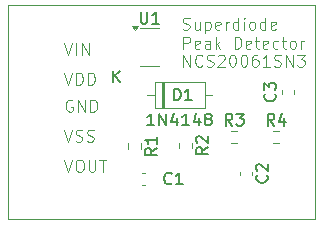
<source format=gbr>
%TF.GenerationSoftware,KiCad,Pcbnew,9.0.2*%
%TF.CreationDate,2025-07-15T11:24:56-07:00*%
%TF.ProjectId,PeakDetector_Breakout,5065616b-4465-4746-9563-746f725f4272,rev?*%
%TF.SameCoordinates,Original*%
%TF.FileFunction,Legend,Top*%
%TF.FilePolarity,Positive*%
%FSLAX46Y46*%
G04 Gerber Fmt 4.6, Leading zero omitted, Abs format (unit mm)*
G04 Created by KiCad (PCBNEW 9.0.2) date 2025-07-15 11:24:56*
%MOMM*%
%LPD*%
G01*
G04 APERTURE LIST*
%ADD10C,0.100000*%
%ADD11C,0.125000*%
%ADD12C,0.150000*%
%ADD13C,0.120000*%
%TA.AperFunction,Profile*%
%ADD14C,0.050000*%
%TD*%
G04 APERTURE END LIST*
D10*
X135447693Y-93916038D02*
X135352455Y-93868419D01*
X135352455Y-93868419D02*
X135209598Y-93868419D01*
X135209598Y-93868419D02*
X135066741Y-93916038D01*
X135066741Y-93916038D02*
X134971503Y-94011276D01*
X134971503Y-94011276D02*
X134923884Y-94106514D01*
X134923884Y-94106514D02*
X134876265Y-94296990D01*
X134876265Y-94296990D02*
X134876265Y-94439847D01*
X134876265Y-94439847D02*
X134923884Y-94630323D01*
X134923884Y-94630323D02*
X134971503Y-94725561D01*
X134971503Y-94725561D02*
X135066741Y-94820800D01*
X135066741Y-94820800D02*
X135209598Y-94868419D01*
X135209598Y-94868419D02*
X135304836Y-94868419D01*
X135304836Y-94868419D02*
X135447693Y-94820800D01*
X135447693Y-94820800D02*
X135495312Y-94773180D01*
X135495312Y-94773180D02*
X135495312Y-94439847D01*
X135495312Y-94439847D02*
X135304836Y-94439847D01*
X135923884Y-94868419D02*
X135923884Y-93868419D01*
X135923884Y-93868419D02*
X136495312Y-94868419D01*
X136495312Y-94868419D02*
X136495312Y-93868419D01*
X136971503Y-94868419D02*
X136971503Y-93868419D01*
X136971503Y-93868419D02*
X137209598Y-93868419D01*
X137209598Y-93868419D02*
X137352455Y-93916038D01*
X137352455Y-93916038D02*
X137447693Y-94011276D01*
X137447693Y-94011276D02*
X137495312Y-94106514D01*
X137495312Y-94106514D02*
X137542931Y-94296990D01*
X137542931Y-94296990D02*
X137542931Y-94439847D01*
X137542931Y-94439847D02*
X137495312Y-94630323D01*
X137495312Y-94630323D02*
X137447693Y-94725561D01*
X137447693Y-94725561D02*
X137352455Y-94820800D01*
X137352455Y-94820800D02*
X137209598Y-94868419D01*
X137209598Y-94868419D02*
X136971503Y-94868419D01*
X134781027Y-96408419D02*
X135114360Y-97408419D01*
X135114360Y-97408419D02*
X135447693Y-96408419D01*
X135733408Y-97360800D02*
X135876265Y-97408419D01*
X135876265Y-97408419D02*
X136114360Y-97408419D01*
X136114360Y-97408419D02*
X136209598Y-97360800D01*
X136209598Y-97360800D02*
X136257217Y-97313180D01*
X136257217Y-97313180D02*
X136304836Y-97217942D01*
X136304836Y-97217942D02*
X136304836Y-97122704D01*
X136304836Y-97122704D02*
X136257217Y-97027466D01*
X136257217Y-97027466D02*
X136209598Y-96979847D01*
X136209598Y-96979847D02*
X136114360Y-96932228D01*
X136114360Y-96932228D02*
X135923884Y-96884609D01*
X135923884Y-96884609D02*
X135828646Y-96836990D01*
X135828646Y-96836990D02*
X135781027Y-96789371D01*
X135781027Y-96789371D02*
X135733408Y-96694133D01*
X135733408Y-96694133D02*
X135733408Y-96598895D01*
X135733408Y-96598895D02*
X135781027Y-96503657D01*
X135781027Y-96503657D02*
X135828646Y-96456038D01*
X135828646Y-96456038D02*
X135923884Y-96408419D01*
X135923884Y-96408419D02*
X136161979Y-96408419D01*
X136161979Y-96408419D02*
X136304836Y-96456038D01*
X136685789Y-97360800D02*
X136828646Y-97408419D01*
X136828646Y-97408419D02*
X137066741Y-97408419D01*
X137066741Y-97408419D02*
X137161979Y-97360800D01*
X137161979Y-97360800D02*
X137209598Y-97313180D01*
X137209598Y-97313180D02*
X137257217Y-97217942D01*
X137257217Y-97217942D02*
X137257217Y-97122704D01*
X137257217Y-97122704D02*
X137209598Y-97027466D01*
X137209598Y-97027466D02*
X137161979Y-96979847D01*
X137161979Y-96979847D02*
X137066741Y-96932228D01*
X137066741Y-96932228D02*
X136876265Y-96884609D01*
X136876265Y-96884609D02*
X136781027Y-96836990D01*
X136781027Y-96836990D02*
X136733408Y-96789371D01*
X136733408Y-96789371D02*
X136685789Y-96694133D01*
X136685789Y-96694133D02*
X136685789Y-96598895D01*
X136685789Y-96598895D02*
X136733408Y-96503657D01*
X136733408Y-96503657D02*
X136781027Y-96456038D01*
X136781027Y-96456038D02*
X136876265Y-96408419D01*
X136876265Y-96408419D02*
X137114360Y-96408419D01*
X137114360Y-96408419D02*
X137257217Y-96456038D01*
X134781027Y-91582419D02*
X135114360Y-92582419D01*
X135114360Y-92582419D02*
X135447693Y-91582419D01*
X135781027Y-92582419D02*
X135781027Y-91582419D01*
X135781027Y-91582419D02*
X136019122Y-91582419D01*
X136019122Y-91582419D02*
X136161979Y-91630038D01*
X136161979Y-91630038D02*
X136257217Y-91725276D01*
X136257217Y-91725276D02*
X136304836Y-91820514D01*
X136304836Y-91820514D02*
X136352455Y-92010990D01*
X136352455Y-92010990D02*
X136352455Y-92153847D01*
X136352455Y-92153847D02*
X136304836Y-92344323D01*
X136304836Y-92344323D02*
X136257217Y-92439561D01*
X136257217Y-92439561D02*
X136161979Y-92534800D01*
X136161979Y-92534800D02*
X136019122Y-92582419D01*
X136019122Y-92582419D02*
X135781027Y-92582419D01*
X136781027Y-92582419D02*
X136781027Y-91582419D01*
X136781027Y-91582419D02*
X137019122Y-91582419D01*
X137019122Y-91582419D02*
X137161979Y-91630038D01*
X137161979Y-91630038D02*
X137257217Y-91725276D01*
X137257217Y-91725276D02*
X137304836Y-91820514D01*
X137304836Y-91820514D02*
X137352455Y-92010990D01*
X137352455Y-92010990D02*
X137352455Y-92153847D01*
X137352455Y-92153847D02*
X137304836Y-92344323D01*
X137304836Y-92344323D02*
X137257217Y-92439561D01*
X137257217Y-92439561D02*
X137161979Y-92534800D01*
X137161979Y-92534800D02*
X137019122Y-92582419D01*
X137019122Y-92582419D02*
X136781027Y-92582419D01*
X134781027Y-98948419D02*
X135114360Y-99948419D01*
X135114360Y-99948419D02*
X135447693Y-98948419D01*
X135971503Y-98948419D02*
X136161979Y-98948419D01*
X136161979Y-98948419D02*
X136257217Y-98996038D01*
X136257217Y-98996038D02*
X136352455Y-99091276D01*
X136352455Y-99091276D02*
X136400074Y-99281752D01*
X136400074Y-99281752D02*
X136400074Y-99615085D01*
X136400074Y-99615085D02*
X136352455Y-99805561D01*
X136352455Y-99805561D02*
X136257217Y-99900800D01*
X136257217Y-99900800D02*
X136161979Y-99948419D01*
X136161979Y-99948419D02*
X135971503Y-99948419D01*
X135971503Y-99948419D02*
X135876265Y-99900800D01*
X135876265Y-99900800D02*
X135781027Y-99805561D01*
X135781027Y-99805561D02*
X135733408Y-99615085D01*
X135733408Y-99615085D02*
X135733408Y-99281752D01*
X135733408Y-99281752D02*
X135781027Y-99091276D01*
X135781027Y-99091276D02*
X135876265Y-98996038D01*
X135876265Y-98996038D02*
X135971503Y-98948419D01*
X136828646Y-98948419D02*
X136828646Y-99757942D01*
X136828646Y-99757942D02*
X136876265Y-99853180D01*
X136876265Y-99853180D02*
X136923884Y-99900800D01*
X136923884Y-99900800D02*
X137019122Y-99948419D01*
X137019122Y-99948419D02*
X137209598Y-99948419D01*
X137209598Y-99948419D02*
X137304836Y-99900800D01*
X137304836Y-99900800D02*
X137352455Y-99853180D01*
X137352455Y-99853180D02*
X137400074Y-99757942D01*
X137400074Y-99757942D02*
X137400074Y-98948419D01*
X137733408Y-98948419D02*
X138304836Y-98948419D01*
X138019122Y-99948419D02*
X138019122Y-98948419D01*
D11*
X144798712Y-87875556D02*
X144941569Y-87923175D01*
X144941569Y-87923175D02*
X145179664Y-87923175D01*
X145179664Y-87923175D02*
X145274902Y-87875556D01*
X145274902Y-87875556D02*
X145322521Y-87827936D01*
X145322521Y-87827936D02*
X145370140Y-87732698D01*
X145370140Y-87732698D02*
X145370140Y-87637460D01*
X145370140Y-87637460D02*
X145322521Y-87542222D01*
X145322521Y-87542222D02*
X145274902Y-87494603D01*
X145274902Y-87494603D02*
X145179664Y-87446984D01*
X145179664Y-87446984D02*
X144989188Y-87399365D01*
X144989188Y-87399365D02*
X144893950Y-87351746D01*
X144893950Y-87351746D02*
X144846331Y-87304127D01*
X144846331Y-87304127D02*
X144798712Y-87208889D01*
X144798712Y-87208889D02*
X144798712Y-87113651D01*
X144798712Y-87113651D02*
X144846331Y-87018413D01*
X144846331Y-87018413D02*
X144893950Y-86970794D01*
X144893950Y-86970794D02*
X144989188Y-86923175D01*
X144989188Y-86923175D02*
X145227283Y-86923175D01*
X145227283Y-86923175D02*
X145370140Y-86970794D01*
X146227283Y-87256508D02*
X146227283Y-87923175D01*
X145798712Y-87256508D02*
X145798712Y-87780317D01*
X145798712Y-87780317D02*
X145846331Y-87875556D01*
X145846331Y-87875556D02*
X145941569Y-87923175D01*
X145941569Y-87923175D02*
X146084426Y-87923175D01*
X146084426Y-87923175D02*
X146179664Y-87875556D01*
X146179664Y-87875556D02*
X146227283Y-87827936D01*
X146703474Y-87256508D02*
X146703474Y-88256508D01*
X146703474Y-87304127D02*
X146798712Y-87256508D01*
X146798712Y-87256508D02*
X146989188Y-87256508D01*
X146989188Y-87256508D02*
X147084426Y-87304127D01*
X147084426Y-87304127D02*
X147132045Y-87351746D01*
X147132045Y-87351746D02*
X147179664Y-87446984D01*
X147179664Y-87446984D02*
X147179664Y-87732698D01*
X147179664Y-87732698D02*
X147132045Y-87827936D01*
X147132045Y-87827936D02*
X147084426Y-87875556D01*
X147084426Y-87875556D02*
X146989188Y-87923175D01*
X146989188Y-87923175D02*
X146798712Y-87923175D01*
X146798712Y-87923175D02*
X146703474Y-87875556D01*
X147989188Y-87875556D02*
X147893950Y-87923175D01*
X147893950Y-87923175D02*
X147703474Y-87923175D01*
X147703474Y-87923175D02*
X147608236Y-87875556D01*
X147608236Y-87875556D02*
X147560617Y-87780317D01*
X147560617Y-87780317D02*
X147560617Y-87399365D01*
X147560617Y-87399365D02*
X147608236Y-87304127D01*
X147608236Y-87304127D02*
X147703474Y-87256508D01*
X147703474Y-87256508D02*
X147893950Y-87256508D01*
X147893950Y-87256508D02*
X147989188Y-87304127D01*
X147989188Y-87304127D02*
X148036807Y-87399365D01*
X148036807Y-87399365D02*
X148036807Y-87494603D01*
X148036807Y-87494603D02*
X147560617Y-87589841D01*
X148465379Y-87923175D02*
X148465379Y-87256508D01*
X148465379Y-87446984D02*
X148512998Y-87351746D01*
X148512998Y-87351746D02*
X148560617Y-87304127D01*
X148560617Y-87304127D02*
X148655855Y-87256508D01*
X148655855Y-87256508D02*
X148751093Y-87256508D01*
X149512998Y-87923175D02*
X149512998Y-86923175D01*
X149512998Y-87875556D02*
X149417760Y-87923175D01*
X149417760Y-87923175D02*
X149227284Y-87923175D01*
X149227284Y-87923175D02*
X149132046Y-87875556D01*
X149132046Y-87875556D02*
X149084427Y-87827936D01*
X149084427Y-87827936D02*
X149036808Y-87732698D01*
X149036808Y-87732698D02*
X149036808Y-87446984D01*
X149036808Y-87446984D02*
X149084427Y-87351746D01*
X149084427Y-87351746D02*
X149132046Y-87304127D01*
X149132046Y-87304127D02*
X149227284Y-87256508D01*
X149227284Y-87256508D02*
X149417760Y-87256508D01*
X149417760Y-87256508D02*
X149512998Y-87304127D01*
X149989189Y-87923175D02*
X149989189Y-87256508D01*
X149989189Y-86923175D02*
X149941570Y-86970794D01*
X149941570Y-86970794D02*
X149989189Y-87018413D01*
X149989189Y-87018413D02*
X150036808Y-86970794D01*
X150036808Y-86970794D02*
X149989189Y-86923175D01*
X149989189Y-86923175D02*
X149989189Y-87018413D01*
X150608236Y-87923175D02*
X150512998Y-87875556D01*
X150512998Y-87875556D02*
X150465379Y-87827936D01*
X150465379Y-87827936D02*
X150417760Y-87732698D01*
X150417760Y-87732698D02*
X150417760Y-87446984D01*
X150417760Y-87446984D02*
X150465379Y-87351746D01*
X150465379Y-87351746D02*
X150512998Y-87304127D01*
X150512998Y-87304127D02*
X150608236Y-87256508D01*
X150608236Y-87256508D02*
X150751093Y-87256508D01*
X150751093Y-87256508D02*
X150846331Y-87304127D01*
X150846331Y-87304127D02*
X150893950Y-87351746D01*
X150893950Y-87351746D02*
X150941569Y-87446984D01*
X150941569Y-87446984D02*
X150941569Y-87732698D01*
X150941569Y-87732698D02*
X150893950Y-87827936D01*
X150893950Y-87827936D02*
X150846331Y-87875556D01*
X150846331Y-87875556D02*
X150751093Y-87923175D01*
X150751093Y-87923175D02*
X150608236Y-87923175D01*
X151798712Y-87923175D02*
X151798712Y-86923175D01*
X151798712Y-87875556D02*
X151703474Y-87923175D01*
X151703474Y-87923175D02*
X151512998Y-87923175D01*
X151512998Y-87923175D02*
X151417760Y-87875556D01*
X151417760Y-87875556D02*
X151370141Y-87827936D01*
X151370141Y-87827936D02*
X151322522Y-87732698D01*
X151322522Y-87732698D02*
X151322522Y-87446984D01*
X151322522Y-87446984D02*
X151370141Y-87351746D01*
X151370141Y-87351746D02*
X151417760Y-87304127D01*
X151417760Y-87304127D02*
X151512998Y-87256508D01*
X151512998Y-87256508D02*
X151703474Y-87256508D01*
X151703474Y-87256508D02*
X151798712Y-87304127D01*
X152655855Y-87875556D02*
X152560617Y-87923175D01*
X152560617Y-87923175D02*
X152370141Y-87923175D01*
X152370141Y-87923175D02*
X152274903Y-87875556D01*
X152274903Y-87875556D02*
X152227284Y-87780317D01*
X152227284Y-87780317D02*
X152227284Y-87399365D01*
X152227284Y-87399365D02*
X152274903Y-87304127D01*
X152274903Y-87304127D02*
X152370141Y-87256508D01*
X152370141Y-87256508D02*
X152560617Y-87256508D01*
X152560617Y-87256508D02*
X152655855Y-87304127D01*
X152655855Y-87304127D02*
X152703474Y-87399365D01*
X152703474Y-87399365D02*
X152703474Y-87494603D01*
X152703474Y-87494603D02*
X152227284Y-87589841D01*
X144846331Y-89533119D02*
X144846331Y-88533119D01*
X144846331Y-88533119D02*
X145227283Y-88533119D01*
X145227283Y-88533119D02*
X145322521Y-88580738D01*
X145322521Y-88580738D02*
X145370140Y-88628357D01*
X145370140Y-88628357D02*
X145417759Y-88723595D01*
X145417759Y-88723595D02*
X145417759Y-88866452D01*
X145417759Y-88866452D02*
X145370140Y-88961690D01*
X145370140Y-88961690D02*
X145322521Y-89009309D01*
X145322521Y-89009309D02*
X145227283Y-89056928D01*
X145227283Y-89056928D02*
X144846331Y-89056928D01*
X146227283Y-89485500D02*
X146132045Y-89533119D01*
X146132045Y-89533119D02*
X145941569Y-89533119D01*
X145941569Y-89533119D02*
X145846331Y-89485500D01*
X145846331Y-89485500D02*
X145798712Y-89390261D01*
X145798712Y-89390261D02*
X145798712Y-89009309D01*
X145798712Y-89009309D02*
X145846331Y-88914071D01*
X145846331Y-88914071D02*
X145941569Y-88866452D01*
X145941569Y-88866452D02*
X146132045Y-88866452D01*
X146132045Y-88866452D02*
X146227283Y-88914071D01*
X146227283Y-88914071D02*
X146274902Y-89009309D01*
X146274902Y-89009309D02*
X146274902Y-89104547D01*
X146274902Y-89104547D02*
X145798712Y-89199785D01*
X147132045Y-89533119D02*
X147132045Y-89009309D01*
X147132045Y-89009309D02*
X147084426Y-88914071D01*
X147084426Y-88914071D02*
X146989188Y-88866452D01*
X146989188Y-88866452D02*
X146798712Y-88866452D01*
X146798712Y-88866452D02*
X146703474Y-88914071D01*
X147132045Y-89485500D02*
X147036807Y-89533119D01*
X147036807Y-89533119D02*
X146798712Y-89533119D01*
X146798712Y-89533119D02*
X146703474Y-89485500D01*
X146703474Y-89485500D02*
X146655855Y-89390261D01*
X146655855Y-89390261D02*
X146655855Y-89295023D01*
X146655855Y-89295023D02*
X146703474Y-89199785D01*
X146703474Y-89199785D02*
X146798712Y-89152166D01*
X146798712Y-89152166D02*
X147036807Y-89152166D01*
X147036807Y-89152166D02*
X147132045Y-89104547D01*
X147608236Y-89533119D02*
X147608236Y-88533119D01*
X147703474Y-89152166D02*
X147989188Y-89533119D01*
X147989188Y-88866452D02*
X147608236Y-89247404D01*
X149179665Y-89533119D02*
X149179665Y-88533119D01*
X149179665Y-88533119D02*
X149417760Y-88533119D01*
X149417760Y-88533119D02*
X149560617Y-88580738D01*
X149560617Y-88580738D02*
X149655855Y-88675976D01*
X149655855Y-88675976D02*
X149703474Y-88771214D01*
X149703474Y-88771214D02*
X149751093Y-88961690D01*
X149751093Y-88961690D02*
X149751093Y-89104547D01*
X149751093Y-89104547D02*
X149703474Y-89295023D01*
X149703474Y-89295023D02*
X149655855Y-89390261D01*
X149655855Y-89390261D02*
X149560617Y-89485500D01*
X149560617Y-89485500D02*
X149417760Y-89533119D01*
X149417760Y-89533119D02*
X149179665Y-89533119D01*
X150560617Y-89485500D02*
X150465379Y-89533119D01*
X150465379Y-89533119D02*
X150274903Y-89533119D01*
X150274903Y-89533119D02*
X150179665Y-89485500D01*
X150179665Y-89485500D02*
X150132046Y-89390261D01*
X150132046Y-89390261D02*
X150132046Y-89009309D01*
X150132046Y-89009309D02*
X150179665Y-88914071D01*
X150179665Y-88914071D02*
X150274903Y-88866452D01*
X150274903Y-88866452D02*
X150465379Y-88866452D01*
X150465379Y-88866452D02*
X150560617Y-88914071D01*
X150560617Y-88914071D02*
X150608236Y-89009309D01*
X150608236Y-89009309D02*
X150608236Y-89104547D01*
X150608236Y-89104547D02*
X150132046Y-89199785D01*
X150893951Y-88866452D02*
X151274903Y-88866452D01*
X151036808Y-88533119D02*
X151036808Y-89390261D01*
X151036808Y-89390261D02*
X151084427Y-89485500D01*
X151084427Y-89485500D02*
X151179665Y-89533119D01*
X151179665Y-89533119D02*
X151274903Y-89533119D01*
X151989189Y-89485500D02*
X151893951Y-89533119D01*
X151893951Y-89533119D02*
X151703475Y-89533119D01*
X151703475Y-89533119D02*
X151608237Y-89485500D01*
X151608237Y-89485500D02*
X151560618Y-89390261D01*
X151560618Y-89390261D02*
X151560618Y-89009309D01*
X151560618Y-89009309D02*
X151608237Y-88914071D01*
X151608237Y-88914071D02*
X151703475Y-88866452D01*
X151703475Y-88866452D02*
X151893951Y-88866452D01*
X151893951Y-88866452D02*
X151989189Y-88914071D01*
X151989189Y-88914071D02*
X152036808Y-89009309D01*
X152036808Y-89009309D02*
X152036808Y-89104547D01*
X152036808Y-89104547D02*
X151560618Y-89199785D01*
X152893951Y-89485500D02*
X152798713Y-89533119D01*
X152798713Y-89533119D02*
X152608237Y-89533119D01*
X152608237Y-89533119D02*
X152512999Y-89485500D01*
X152512999Y-89485500D02*
X152465380Y-89437880D01*
X152465380Y-89437880D02*
X152417761Y-89342642D01*
X152417761Y-89342642D02*
X152417761Y-89056928D01*
X152417761Y-89056928D02*
X152465380Y-88961690D01*
X152465380Y-88961690D02*
X152512999Y-88914071D01*
X152512999Y-88914071D02*
X152608237Y-88866452D01*
X152608237Y-88866452D02*
X152798713Y-88866452D01*
X152798713Y-88866452D02*
X152893951Y-88914071D01*
X153179666Y-88866452D02*
X153560618Y-88866452D01*
X153322523Y-88533119D02*
X153322523Y-89390261D01*
X153322523Y-89390261D02*
X153370142Y-89485500D01*
X153370142Y-89485500D02*
X153465380Y-89533119D01*
X153465380Y-89533119D02*
X153560618Y-89533119D01*
X154036809Y-89533119D02*
X153941571Y-89485500D01*
X153941571Y-89485500D02*
X153893952Y-89437880D01*
X153893952Y-89437880D02*
X153846333Y-89342642D01*
X153846333Y-89342642D02*
X153846333Y-89056928D01*
X153846333Y-89056928D02*
X153893952Y-88961690D01*
X153893952Y-88961690D02*
X153941571Y-88914071D01*
X153941571Y-88914071D02*
X154036809Y-88866452D01*
X154036809Y-88866452D02*
X154179666Y-88866452D01*
X154179666Y-88866452D02*
X154274904Y-88914071D01*
X154274904Y-88914071D02*
X154322523Y-88961690D01*
X154322523Y-88961690D02*
X154370142Y-89056928D01*
X154370142Y-89056928D02*
X154370142Y-89342642D01*
X154370142Y-89342642D02*
X154322523Y-89437880D01*
X154322523Y-89437880D02*
X154274904Y-89485500D01*
X154274904Y-89485500D02*
X154179666Y-89533119D01*
X154179666Y-89533119D02*
X154036809Y-89533119D01*
X154798714Y-89533119D02*
X154798714Y-88866452D01*
X154798714Y-89056928D02*
X154846333Y-88961690D01*
X154846333Y-88961690D02*
X154893952Y-88914071D01*
X154893952Y-88914071D02*
X154989190Y-88866452D01*
X154989190Y-88866452D02*
X155084428Y-88866452D01*
D10*
X134781027Y-89042419D02*
X135114360Y-90042419D01*
X135114360Y-90042419D02*
X135447693Y-89042419D01*
X135781027Y-90042419D02*
X135781027Y-89042419D01*
X136257217Y-90042419D02*
X136257217Y-89042419D01*
X136257217Y-89042419D02*
X136828645Y-90042419D01*
X136828645Y-90042419D02*
X136828645Y-89042419D01*
X144829884Y-91058419D02*
X144829884Y-90058419D01*
X144829884Y-90058419D02*
X145401312Y-91058419D01*
X145401312Y-91058419D02*
X145401312Y-90058419D01*
X146448931Y-90963180D02*
X146401312Y-91010800D01*
X146401312Y-91010800D02*
X146258455Y-91058419D01*
X146258455Y-91058419D02*
X146163217Y-91058419D01*
X146163217Y-91058419D02*
X146020360Y-91010800D01*
X146020360Y-91010800D02*
X145925122Y-90915561D01*
X145925122Y-90915561D02*
X145877503Y-90820323D01*
X145877503Y-90820323D02*
X145829884Y-90629847D01*
X145829884Y-90629847D02*
X145829884Y-90486990D01*
X145829884Y-90486990D02*
X145877503Y-90296514D01*
X145877503Y-90296514D02*
X145925122Y-90201276D01*
X145925122Y-90201276D02*
X146020360Y-90106038D01*
X146020360Y-90106038D02*
X146163217Y-90058419D01*
X146163217Y-90058419D02*
X146258455Y-90058419D01*
X146258455Y-90058419D02*
X146401312Y-90106038D01*
X146401312Y-90106038D02*
X146448931Y-90153657D01*
X146829884Y-91010800D02*
X146972741Y-91058419D01*
X146972741Y-91058419D02*
X147210836Y-91058419D01*
X147210836Y-91058419D02*
X147306074Y-91010800D01*
X147306074Y-91010800D02*
X147353693Y-90963180D01*
X147353693Y-90963180D02*
X147401312Y-90867942D01*
X147401312Y-90867942D02*
X147401312Y-90772704D01*
X147401312Y-90772704D02*
X147353693Y-90677466D01*
X147353693Y-90677466D02*
X147306074Y-90629847D01*
X147306074Y-90629847D02*
X147210836Y-90582228D01*
X147210836Y-90582228D02*
X147020360Y-90534609D01*
X147020360Y-90534609D02*
X146925122Y-90486990D01*
X146925122Y-90486990D02*
X146877503Y-90439371D01*
X146877503Y-90439371D02*
X146829884Y-90344133D01*
X146829884Y-90344133D02*
X146829884Y-90248895D01*
X146829884Y-90248895D02*
X146877503Y-90153657D01*
X146877503Y-90153657D02*
X146925122Y-90106038D01*
X146925122Y-90106038D02*
X147020360Y-90058419D01*
X147020360Y-90058419D02*
X147258455Y-90058419D01*
X147258455Y-90058419D02*
X147401312Y-90106038D01*
X147782265Y-90153657D02*
X147829884Y-90106038D01*
X147829884Y-90106038D02*
X147925122Y-90058419D01*
X147925122Y-90058419D02*
X148163217Y-90058419D01*
X148163217Y-90058419D02*
X148258455Y-90106038D01*
X148258455Y-90106038D02*
X148306074Y-90153657D01*
X148306074Y-90153657D02*
X148353693Y-90248895D01*
X148353693Y-90248895D02*
X148353693Y-90344133D01*
X148353693Y-90344133D02*
X148306074Y-90486990D01*
X148306074Y-90486990D02*
X147734646Y-91058419D01*
X147734646Y-91058419D02*
X148353693Y-91058419D01*
X148972741Y-90058419D02*
X149067979Y-90058419D01*
X149067979Y-90058419D02*
X149163217Y-90106038D01*
X149163217Y-90106038D02*
X149210836Y-90153657D01*
X149210836Y-90153657D02*
X149258455Y-90248895D01*
X149258455Y-90248895D02*
X149306074Y-90439371D01*
X149306074Y-90439371D02*
X149306074Y-90677466D01*
X149306074Y-90677466D02*
X149258455Y-90867942D01*
X149258455Y-90867942D02*
X149210836Y-90963180D01*
X149210836Y-90963180D02*
X149163217Y-91010800D01*
X149163217Y-91010800D02*
X149067979Y-91058419D01*
X149067979Y-91058419D02*
X148972741Y-91058419D01*
X148972741Y-91058419D02*
X148877503Y-91010800D01*
X148877503Y-91010800D02*
X148829884Y-90963180D01*
X148829884Y-90963180D02*
X148782265Y-90867942D01*
X148782265Y-90867942D02*
X148734646Y-90677466D01*
X148734646Y-90677466D02*
X148734646Y-90439371D01*
X148734646Y-90439371D02*
X148782265Y-90248895D01*
X148782265Y-90248895D02*
X148829884Y-90153657D01*
X148829884Y-90153657D02*
X148877503Y-90106038D01*
X148877503Y-90106038D02*
X148972741Y-90058419D01*
X149925122Y-90058419D02*
X150020360Y-90058419D01*
X150020360Y-90058419D02*
X150115598Y-90106038D01*
X150115598Y-90106038D02*
X150163217Y-90153657D01*
X150163217Y-90153657D02*
X150210836Y-90248895D01*
X150210836Y-90248895D02*
X150258455Y-90439371D01*
X150258455Y-90439371D02*
X150258455Y-90677466D01*
X150258455Y-90677466D02*
X150210836Y-90867942D01*
X150210836Y-90867942D02*
X150163217Y-90963180D01*
X150163217Y-90963180D02*
X150115598Y-91010800D01*
X150115598Y-91010800D02*
X150020360Y-91058419D01*
X150020360Y-91058419D02*
X149925122Y-91058419D01*
X149925122Y-91058419D02*
X149829884Y-91010800D01*
X149829884Y-91010800D02*
X149782265Y-90963180D01*
X149782265Y-90963180D02*
X149734646Y-90867942D01*
X149734646Y-90867942D02*
X149687027Y-90677466D01*
X149687027Y-90677466D02*
X149687027Y-90439371D01*
X149687027Y-90439371D02*
X149734646Y-90248895D01*
X149734646Y-90248895D02*
X149782265Y-90153657D01*
X149782265Y-90153657D02*
X149829884Y-90106038D01*
X149829884Y-90106038D02*
X149925122Y-90058419D01*
X151115598Y-90058419D02*
X150925122Y-90058419D01*
X150925122Y-90058419D02*
X150829884Y-90106038D01*
X150829884Y-90106038D02*
X150782265Y-90153657D01*
X150782265Y-90153657D02*
X150687027Y-90296514D01*
X150687027Y-90296514D02*
X150639408Y-90486990D01*
X150639408Y-90486990D02*
X150639408Y-90867942D01*
X150639408Y-90867942D02*
X150687027Y-90963180D01*
X150687027Y-90963180D02*
X150734646Y-91010800D01*
X150734646Y-91010800D02*
X150829884Y-91058419D01*
X150829884Y-91058419D02*
X151020360Y-91058419D01*
X151020360Y-91058419D02*
X151115598Y-91010800D01*
X151115598Y-91010800D02*
X151163217Y-90963180D01*
X151163217Y-90963180D02*
X151210836Y-90867942D01*
X151210836Y-90867942D02*
X151210836Y-90629847D01*
X151210836Y-90629847D02*
X151163217Y-90534609D01*
X151163217Y-90534609D02*
X151115598Y-90486990D01*
X151115598Y-90486990D02*
X151020360Y-90439371D01*
X151020360Y-90439371D02*
X150829884Y-90439371D01*
X150829884Y-90439371D02*
X150734646Y-90486990D01*
X150734646Y-90486990D02*
X150687027Y-90534609D01*
X150687027Y-90534609D02*
X150639408Y-90629847D01*
X152163217Y-91058419D02*
X151591789Y-91058419D01*
X151877503Y-91058419D02*
X151877503Y-90058419D01*
X151877503Y-90058419D02*
X151782265Y-90201276D01*
X151782265Y-90201276D02*
X151687027Y-90296514D01*
X151687027Y-90296514D02*
X151591789Y-90344133D01*
X152544170Y-91010800D02*
X152687027Y-91058419D01*
X152687027Y-91058419D02*
X152925122Y-91058419D01*
X152925122Y-91058419D02*
X153020360Y-91010800D01*
X153020360Y-91010800D02*
X153067979Y-90963180D01*
X153067979Y-90963180D02*
X153115598Y-90867942D01*
X153115598Y-90867942D02*
X153115598Y-90772704D01*
X153115598Y-90772704D02*
X153067979Y-90677466D01*
X153067979Y-90677466D02*
X153020360Y-90629847D01*
X153020360Y-90629847D02*
X152925122Y-90582228D01*
X152925122Y-90582228D02*
X152734646Y-90534609D01*
X152734646Y-90534609D02*
X152639408Y-90486990D01*
X152639408Y-90486990D02*
X152591789Y-90439371D01*
X152591789Y-90439371D02*
X152544170Y-90344133D01*
X152544170Y-90344133D02*
X152544170Y-90248895D01*
X152544170Y-90248895D02*
X152591789Y-90153657D01*
X152591789Y-90153657D02*
X152639408Y-90106038D01*
X152639408Y-90106038D02*
X152734646Y-90058419D01*
X152734646Y-90058419D02*
X152972741Y-90058419D01*
X152972741Y-90058419D02*
X153115598Y-90106038D01*
X153544170Y-91058419D02*
X153544170Y-90058419D01*
X153544170Y-90058419D02*
X154115598Y-91058419D01*
X154115598Y-91058419D02*
X154115598Y-90058419D01*
X154496551Y-90058419D02*
X155115598Y-90058419D01*
X155115598Y-90058419D02*
X154782265Y-90439371D01*
X154782265Y-90439371D02*
X154925122Y-90439371D01*
X154925122Y-90439371D02*
X155020360Y-90486990D01*
X155020360Y-90486990D02*
X155067979Y-90534609D01*
X155067979Y-90534609D02*
X155115598Y-90629847D01*
X155115598Y-90629847D02*
X155115598Y-90867942D01*
X155115598Y-90867942D02*
X155067979Y-90963180D01*
X155067979Y-90963180D02*
X155020360Y-91010800D01*
X155020360Y-91010800D02*
X154925122Y-91058419D01*
X154925122Y-91058419D02*
X154639408Y-91058419D01*
X154639408Y-91058419D02*
X154544170Y-91010800D01*
X154544170Y-91010800D02*
X154496551Y-90963180D01*
D12*
X141224095Y-86412819D02*
X141224095Y-87222342D01*
X141224095Y-87222342D02*
X141271714Y-87317580D01*
X141271714Y-87317580D02*
X141319333Y-87365200D01*
X141319333Y-87365200D02*
X141414571Y-87412819D01*
X141414571Y-87412819D02*
X141605047Y-87412819D01*
X141605047Y-87412819D02*
X141700285Y-87365200D01*
X141700285Y-87365200D02*
X141747904Y-87317580D01*
X141747904Y-87317580D02*
X141795523Y-87222342D01*
X141795523Y-87222342D02*
X141795523Y-86412819D01*
X142795523Y-87412819D02*
X142224095Y-87412819D01*
X142509809Y-87412819D02*
X142509809Y-86412819D01*
X142509809Y-86412819D02*
X142414571Y-86555676D01*
X142414571Y-86555676D02*
X142319333Y-86650914D01*
X142319333Y-86650914D02*
X142224095Y-86698533D01*
X143851333Y-100943580D02*
X143803714Y-100991200D01*
X143803714Y-100991200D02*
X143660857Y-101038819D01*
X143660857Y-101038819D02*
X143565619Y-101038819D01*
X143565619Y-101038819D02*
X143422762Y-100991200D01*
X143422762Y-100991200D02*
X143327524Y-100895961D01*
X143327524Y-100895961D02*
X143279905Y-100800723D01*
X143279905Y-100800723D02*
X143232286Y-100610247D01*
X143232286Y-100610247D02*
X143232286Y-100467390D01*
X143232286Y-100467390D02*
X143279905Y-100276914D01*
X143279905Y-100276914D02*
X143327524Y-100181676D01*
X143327524Y-100181676D02*
X143422762Y-100086438D01*
X143422762Y-100086438D02*
X143565619Y-100038819D01*
X143565619Y-100038819D02*
X143660857Y-100038819D01*
X143660857Y-100038819D02*
X143803714Y-100086438D01*
X143803714Y-100086438D02*
X143851333Y-100134057D01*
X144803714Y-101038819D02*
X144232286Y-101038819D01*
X144518000Y-101038819D02*
X144518000Y-100038819D01*
X144518000Y-100038819D02*
X144422762Y-100181676D01*
X144422762Y-100181676D02*
X144327524Y-100276914D01*
X144327524Y-100276914D02*
X144232286Y-100324533D01*
X146918819Y-97893666D02*
X146442628Y-98226999D01*
X146918819Y-98465094D02*
X145918819Y-98465094D01*
X145918819Y-98465094D02*
X145918819Y-98084142D01*
X145918819Y-98084142D02*
X145966438Y-97988904D01*
X145966438Y-97988904D02*
X146014057Y-97941285D01*
X146014057Y-97941285D02*
X146109295Y-97893666D01*
X146109295Y-97893666D02*
X146252152Y-97893666D01*
X146252152Y-97893666D02*
X146347390Y-97941285D01*
X146347390Y-97941285D02*
X146395009Y-97988904D01*
X146395009Y-97988904D02*
X146442628Y-98084142D01*
X146442628Y-98084142D02*
X146442628Y-98465094D01*
X146014057Y-97512713D02*
X145966438Y-97465094D01*
X145966438Y-97465094D02*
X145918819Y-97369856D01*
X145918819Y-97369856D02*
X145918819Y-97131761D01*
X145918819Y-97131761D02*
X145966438Y-97036523D01*
X145966438Y-97036523D02*
X146014057Y-96988904D01*
X146014057Y-96988904D02*
X146109295Y-96941285D01*
X146109295Y-96941285D02*
X146204533Y-96941285D01*
X146204533Y-96941285D02*
X146347390Y-96988904D01*
X146347390Y-96988904D02*
X146918819Y-97560332D01*
X146918819Y-97560332D02*
X146918819Y-96941285D01*
X152550333Y-96052819D02*
X152217000Y-95576628D01*
X151978905Y-96052819D02*
X151978905Y-95052819D01*
X151978905Y-95052819D02*
X152359857Y-95052819D01*
X152359857Y-95052819D02*
X152455095Y-95100438D01*
X152455095Y-95100438D02*
X152502714Y-95148057D01*
X152502714Y-95148057D02*
X152550333Y-95243295D01*
X152550333Y-95243295D02*
X152550333Y-95386152D01*
X152550333Y-95386152D02*
X152502714Y-95481390D01*
X152502714Y-95481390D02*
X152455095Y-95529009D01*
X152455095Y-95529009D02*
X152359857Y-95576628D01*
X152359857Y-95576628D02*
X151978905Y-95576628D01*
X153407476Y-95386152D02*
X153407476Y-96052819D01*
X153169381Y-95005200D02*
X152931286Y-95719485D01*
X152931286Y-95719485D02*
X153550333Y-95719485D01*
X151903580Y-100255666D02*
X151951200Y-100303285D01*
X151951200Y-100303285D02*
X151998819Y-100446142D01*
X151998819Y-100446142D02*
X151998819Y-100541380D01*
X151998819Y-100541380D02*
X151951200Y-100684237D01*
X151951200Y-100684237D02*
X151855961Y-100779475D01*
X151855961Y-100779475D02*
X151760723Y-100827094D01*
X151760723Y-100827094D02*
X151570247Y-100874713D01*
X151570247Y-100874713D02*
X151427390Y-100874713D01*
X151427390Y-100874713D02*
X151236914Y-100827094D01*
X151236914Y-100827094D02*
X151141676Y-100779475D01*
X151141676Y-100779475D02*
X151046438Y-100684237D01*
X151046438Y-100684237D02*
X150998819Y-100541380D01*
X150998819Y-100541380D02*
X150998819Y-100446142D01*
X150998819Y-100446142D02*
X151046438Y-100303285D01*
X151046438Y-100303285D02*
X151094057Y-100255666D01*
X151094057Y-99874713D02*
X151046438Y-99827094D01*
X151046438Y-99827094D02*
X150998819Y-99731856D01*
X150998819Y-99731856D02*
X150998819Y-99493761D01*
X150998819Y-99493761D02*
X151046438Y-99398523D01*
X151046438Y-99398523D02*
X151094057Y-99350904D01*
X151094057Y-99350904D02*
X151189295Y-99303285D01*
X151189295Y-99303285D02*
X151284533Y-99303285D01*
X151284533Y-99303285D02*
X151427390Y-99350904D01*
X151427390Y-99350904D02*
X151998819Y-99922332D01*
X151998819Y-99922332D02*
X151998819Y-99303285D01*
X148994333Y-96052819D02*
X148661000Y-95576628D01*
X148422905Y-96052819D02*
X148422905Y-95052819D01*
X148422905Y-95052819D02*
X148803857Y-95052819D01*
X148803857Y-95052819D02*
X148899095Y-95100438D01*
X148899095Y-95100438D02*
X148946714Y-95148057D01*
X148946714Y-95148057D02*
X148994333Y-95243295D01*
X148994333Y-95243295D02*
X148994333Y-95386152D01*
X148994333Y-95386152D02*
X148946714Y-95481390D01*
X148946714Y-95481390D02*
X148899095Y-95529009D01*
X148899095Y-95529009D02*
X148803857Y-95576628D01*
X148803857Y-95576628D02*
X148422905Y-95576628D01*
X149327667Y-95052819D02*
X149946714Y-95052819D01*
X149946714Y-95052819D02*
X149613381Y-95433771D01*
X149613381Y-95433771D02*
X149756238Y-95433771D01*
X149756238Y-95433771D02*
X149851476Y-95481390D01*
X149851476Y-95481390D02*
X149899095Y-95529009D01*
X149899095Y-95529009D02*
X149946714Y-95624247D01*
X149946714Y-95624247D02*
X149946714Y-95862342D01*
X149946714Y-95862342D02*
X149899095Y-95957580D01*
X149899095Y-95957580D02*
X149851476Y-96005200D01*
X149851476Y-96005200D02*
X149756238Y-96052819D01*
X149756238Y-96052819D02*
X149470524Y-96052819D01*
X149470524Y-96052819D02*
X149375286Y-96005200D01*
X149375286Y-96005200D02*
X149327667Y-95957580D01*
X142600819Y-97956666D02*
X142124628Y-98289999D01*
X142600819Y-98528094D02*
X141600819Y-98528094D01*
X141600819Y-98528094D02*
X141600819Y-98147142D01*
X141600819Y-98147142D02*
X141648438Y-98051904D01*
X141648438Y-98051904D02*
X141696057Y-98004285D01*
X141696057Y-98004285D02*
X141791295Y-97956666D01*
X141791295Y-97956666D02*
X141934152Y-97956666D01*
X141934152Y-97956666D02*
X142029390Y-98004285D01*
X142029390Y-98004285D02*
X142077009Y-98051904D01*
X142077009Y-98051904D02*
X142124628Y-98147142D01*
X142124628Y-98147142D02*
X142124628Y-98528094D01*
X142600819Y-97004285D02*
X142600819Y-97575713D01*
X142600819Y-97289999D02*
X141600819Y-97289999D01*
X141600819Y-97289999D02*
X141743676Y-97385237D01*
X141743676Y-97385237D02*
X141838914Y-97480475D01*
X141838914Y-97480475D02*
X141886533Y-97575713D01*
X152599580Y-93371666D02*
X152647200Y-93419285D01*
X152647200Y-93419285D02*
X152694819Y-93562142D01*
X152694819Y-93562142D02*
X152694819Y-93657380D01*
X152694819Y-93657380D02*
X152647200Y-93800237D01*
X152647200Y-93800237D02*
X152551961Y-93895475D01*
X152551961Y-93895475D02*
X152456723Y-93943094D01*
X152456723Y-93943094D02*
X152266247Y-93990713D01*
X152266247Y-93990713D02*
X152123390Y-93990713D01*
X152123390Y-93990713D02*
X151932914Y-93943094D01*
X151932914Y-93943094D02*
X151837676Y-93895475D01*
X151837676Y-93895475D02*
X151742438Y-93800237D01*
X151742438Y-93800237D02*
X151694819Y-93657380D01*
X151694819Y-93657380D02*
X151694819Y-93562142D01*
X151694819Y-93562142D02*
X151742438Y-93419285D01*
X151742438Y-93419285D02*
X151790057Y-93371666D01*
X151694819Y-93038332D02*
X151694819Y-92419285D01*
X151694819Y-92419285D02*
X152075771Y-92752618D01*
X152075771Y-92752618D02*
X152075771Y-92609761D01*
X152075771Y-92609761D02*
X152123390Y-92514523D01*
X152123390Y-92514523D02*
X152171009Y-92466904D01*
X152171009Y-92466904D02*
X152266247Y-92419285D01*
X152266247Y-92419285D02*
X152504342Y-92419285D01*
X152504342Y-92419285D02*
X152599580Y-92466904D01*
X152599580Y-92466904D02*
X152647200Y-92514523D01*
X152647200Y-92514523D02*
X152694819Y-92609761D01*
X152694819Y-92609761D02*
X152694819Y-92895475D01*
X152694819Y-92895475D02*
X152647200Y-92990713D01*
X152647200Y-92990713D02*
X152599580Y-93038332D01*
X144041905Y-93926819D02*
X144041905Y-92926819D01*
X144041905Y-92926819D02*
X144280000Y-92926819D01*
X144280000Y-92926819D02*
X144422857Y-92974438D01*
X144422857Y-92974438D02*
X144518095Y-93069676D01*
X144518095Y-93069676D02*
X144565714Y-93164914D01*
X144565714Y-93164914D02*
X144613333Y-93355390D01*
X144613333Y-93355390D02*
X144613333Y-93498247D01*
X144613333Y-93498247D02*
X144565714Y-93688723D01*
X144565714Y-93688723D02*
X144518095Y-93783961D01*
X144518095Y-93783961D02*
X144422857Y-93879200D01*
X144422857Y-93879200D02*
X144280000Y-93926819D01*
X144280000Y-93926819D02*
X144041905Y-93926819D01*
X145565714Y-93926819D02*
X144994286Y-93926819D01*
X145280000Y-93926819D02*
X145280000Y-92926819D01*
X145280000Y-92926819D02*
X145184762Y-93069676D01*
X145184762Y-93069676D02*
X145089524Y-93164914D01*
X145089524Y-93164914D02*
X144994286Y-93212533D01*
X142383142Y-96046819D02*
X141811714Y-96046819D01*
X142097428Y-96046819D02*
X142097428Y-95046819D01*
X142097428Y-95046819D02*
X142002190Y-95189676D01*
X142002190Y-95189676D02*
X141906952Y-95284914D01*
X141906952Y-95284914D02*
X141811714Y-95332533D01*
X142811714Y-96046819D02*
X142811714Y-95046819D01*
X142811714Y-95046819D02*
X143383142Y-96046819D01*
X143383142Y-96046819D02*
X143383142Y-95046819D01*
X144287904Y-95380152D02*
X144287904Y-96046819D01*
X144049809Y-94999200D02*
X143811714Y-95713485D01*
X143811714Y-95713485D02*
X144430761Y-95713485D01*
X145335523Y-96046819D02*
X144764095Y-96046819D01*
X145049809Y-96046819D02*
X145049809Y-95046819D01*
X145049809Y-95046819D02*
X144954571Y-95189676D01*
X144954571Y-95189676D02*
X144859333Y-95284914D01*
X144859333Y-95284914D02*
X144764095Y-95332533D01*
X146192666Y-95380152D02*
X146192666Y-96046819D01*
X145954571Y-94999200D02*
X145716476Y-95713485D01*
X145716476Y-95713485D02*
X146335523Y-95713485D01*
X146859333Y-95475390D02*
X146764095Y-95427771D01*
X146764095Y-95427771D02*
X146716476Y-95380152D01*
X146716476Y-95380152D02*
X146668857Y-95284914D01*
X146668857Y-95284914D02*
X146668857Y-95237295D01*
X146668857Y-95237295D02*
X146716476Y-95142057D01*
X146716476Y-95142057D02*
X146764095Y-95094438D01*
X146764095Y-95094438D02*
X146859333Y-95046819D01*
X146859333Y-95046819D02*
X147049809Y-95046819D01*
X147049809Y-95046819D02*
X147145047Y-95094438D01*
X147145047Y-95094438D02*
X147192666Y-95142057D01*
X147192666Y-95142057D02*
X147240285Y-95237295D01*
X147240285Y-95237295D02*
X147240285Y-95284914D01*
X147240285Y-95284914D02*
X147192666Y-95380152D01*
X147192666Y-95380152D02*
X147145047Y-95427771D01*
X147145047Y-95427771D02*
X147049809Y-95475390D01*
X147049809Y-95475390D02*
X146859333Y-95475390D01*
X146859333Y-95475390D02*
X146764095Y-95523009D01*
X146764095Y-95523009D02*
X146716476Y-95570628D01*
X146716476Y-95570628D02*
X146668857Y-95665866D01*
X146668857Y-95665866D02*
X146668857Y-95856342D01*
X146668857Y-95856342D02*
X146716476Y-95951580D01*
X146716476Y-95951580D02*
X146764095Y-95999200D01*
X146764095Y-95999200D02*
X146859333Y-96046819D01*
X146859333Y-96046819D02*
X147049809Y-96046819D01*
X147049809Y-96046819D02*
X147145047Y-95999200D01*
X147145047Y-95999200D02*
X147192666Y-95951580D01*
X147192666Y-95951580D02*
X147240285Y-95856342D01*
X147240285Y-95856342D02*
X147240285Y-95665866D01*
X147240285Y-95665866D02*
X147192666Y-95570628D01*
X147192666Y-95570628D02*
X147145047Y-95523009D01*
X147145047Y-95523009D02*
X147049809Y-95475390D01*
X138930095Y-92402819D02*
X138930095Y-91402819D01*
X139501523Y-92402819D02*
X139072952Y-91831390D01*
X139501523Y-91402819D02*
X138930095Y-91974247D01*
D13*
%TO.C,U1*%
X141186000Y-87808000D02*
X142786000Y-87808000D01*
X141186000Y-91008000D02*
X142786000Y-91008000D01*
X140736000Y-87958000D02*
X140496000Y-87628000D01*
X140976000Y-87628000D01*
X140736000Y-87958000D01*
G36*
X140736000Y-87958000D02*
G01*
X140496000Y-87628000D01*
X140976000Y-87628000D01*
X140736000Y-87958000D01*
G37*
%TO.C,C1*%
X141324420Y-100074000D02*
X141605580Y-100074000D01*
X141324420Y-101094000D02*
X141605580Y-101094000D01*
%TO.C,R2*%
X144511500Y-97489742D02*
X144511500Y-97964258D01*
X145556500Y-97489742D02*
X145556500Y-97964258D01*
%TO.C,R4*%
X152479742Y-96505500D02*
X152954258Y-96505500D01*
X152479742Y-97550500D02*
X152954258Y-97550500D01*
%TO.C,C2*%
X149604000Y-99948420D02*
X149604000Y-100229580D01*
X150624000Y-99948420D02*
X150624000Y-100229580D01*
%TO.C,R3*%
X148923742Y-96505500D02*
X149398258Y-96505500D01*
X148923742Y-97550500D02*
X149398258Y-97550500D01*
%TO.C,R1*%
X140193500Y-97552742D02*
X140193500Y-98027258D01*
X141238500Y-97552742D02*
X141238500Y-98027258D01*
%TO.C,C3*%
X153160000Y-93345580D02*
X153160000Y-93064420D01*
X154180000Y-93345580D02*
X154180000Y-93064420D01*
%TO.C,D1*%
X141756000Y-93472000D02*
X142406000Y-93472000D01*
X142406000Y-92352000D02*
X142406000Y-94592000D01*
X142406000Y-94592000D02*
X146646000Y-94592000D01*
X143006000Y-92352000D02*
X143006000Y-94592000D01*
X143126000Y-92352000D02*
X143126000Y-94592000D01*
X143246000Y-92352000D02*
X143246000Y-94592000D01*
X146646000Y-92352000D02*
X142406000Y-92352000D01*
X146646000Y-94592000D02*
X146646000Y-92352000D01*
X147296000Y-93472000D02*
X146646000Y-93472000D01*
%TD*%
D14*
X130000000Y-85852000D02*
X155956000Y-85852000D01*
X155956000Y-103992000D01*
X130000000Y-103992000D01*
X130000000Y-85852000D01*
M02*

</source>
